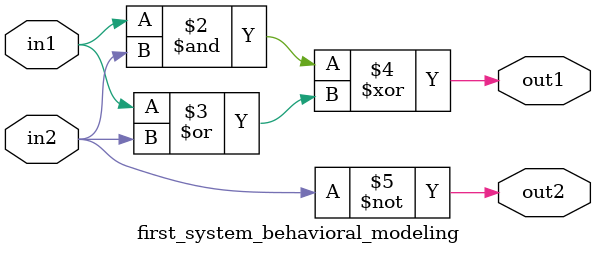
<source format=v>
`timescale 1ns / 1ps


module first_system_behavioral_modeling(out1,out2,in1,in2);

//port definition
input in1,in2;
output out1,out2;

//descriotion of the digital system
//behavioral modeling

reg out1,out2;
//reg keywords; keep previous value 


initial
begin
out1 = 0;
out2 = 0;
end

always @ (in1,in2)
begin
out1 = (in1 & in2) ^(in1 | in2);
out2 = ~in2;
end

endmodule

</source>
